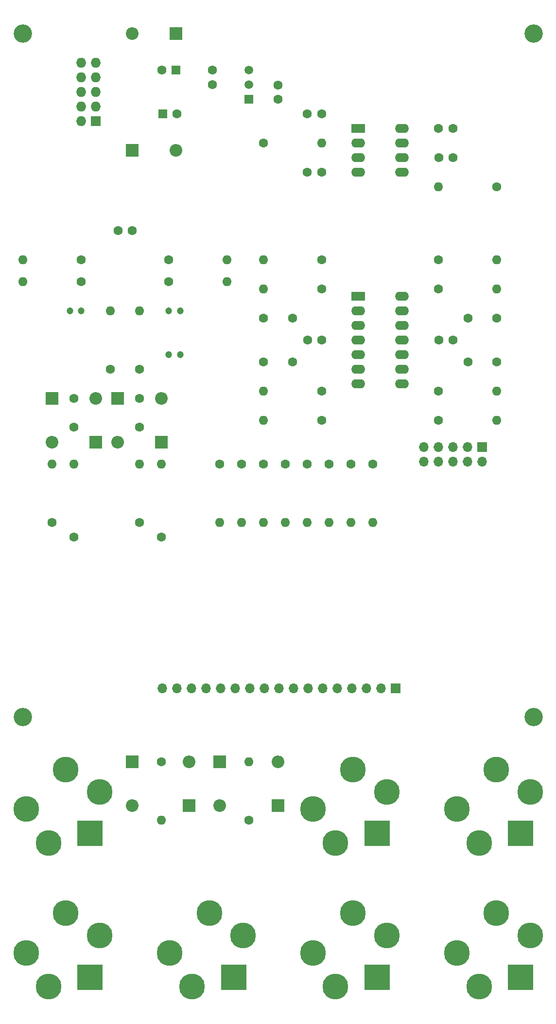
<source format=gbr>
%TF.GenerationSoftware,KiCad,Pcbnew,5.1.9-73d0e3b20d~88~ubuntu20.04.1*%
%TF.CreationDate,2021-04-01T10:52:14-04:00*%
%TF.ProjectId,ao_output,616f5f6f-7574-4707-9574-2e6b69636164,rev?*%
%TF.SameCoordinates,Original*%
%TF.FileFunction,Soldermask,Bot*%
%TF.FilePolarity,Negative*%
%FSLAX46Y46*%
G04 Gerber Fmt 4.6, Leading zero omitted, Abs format (unit mm)*
G04 Created by KiCad (PCBNEW 5.1.9-73d0e3b20d~88~ubuntu20.04.1) date 2021-04-01 10:52:14*
%MOMM*%
%LPD*%
G01*
G04 APERTURE LIST*
%ADD10C,1.600000*%
%ADD11O,1.600000X1.600000*%
%ADD12C,3.200000*%
%ADD13O,2.200000X2.200000*%
%ADD14R,2.200000X2.200000*%
%ADD15R,1.600000X1.600000*%
%ADD16C,1.200000*%
%ADD17O,1.727200X1.727200*%
%ADD18R,1.727200X1.727200*%
%ADD19O,2.400000X1.600000*%
%ADD20R,2.400000X1.600000*%
%ADD21O,1.700000X1.700000*%
%ADD22R,1.700000X1.700000*%
%ADD23R,1.500000X1.500000*%
%ADD24C,1.500000*%
%ADD25C,4.500001*%
%ADD26C,4.500000*%
%ADD27R,4.500001X4.500001*%
G04 APERTURE END LIST*
D10*
%TO.C,R11*%
X88900000Y-90450000D03*
D11*
X88900000Y-100610000D03*
%TD*%
D12*
%TO.C,H2*%
X124500000Y-15500000D03*
%TD*%
D10*
%TO.C,R8*%
X107950000Y-54890000D03*
D11*
X118110000Y-54890000D03*
%TD*%
D10*
%TO.C,C1*%
X82470000Y-65050000D03*
X77470000Y-65050000D03*
%TD*%
%TO.C,C11*%
X55880000Y-84020000D03*
X55880000Y-79020000D03*
%TD*%
%TO.C,C10*%
X44450000Y-84020000D03*
X44450000Y-79020000D03*
%TD*%
%TO.C,R3*%
X107950000Y-77750000D03*
D11*
X118110000Y-77750000D03*
%TD*%
D10*
%TO.C,R9*%
X96520000Y-90450000D03*
D11*
X96520000Y-100610000D03*
%TD*%
D10*
%TO.C,R7*%
X107950000Y-82830000D03*
D11*
X118110000Y-82830000D03*
%TD*%
D13*
%TO.C,D2*%
X80010000Y-142240000D03*
D14*
X80010000Y-149860000D03*
%TD*%
D13*
%TO.C,D8*%
X59690000Y-79020000D03*
D14*
X59690000Y-86640000D03*
%TD*%
D13*
%TO.C,D7*%
X52070000Y-86640000D03*
D14*
X52070000Y-79020000D03*
%TD*%
D10*
%TO.C,R25*%
X40640000Y-100610000D03*
D11*
X40640000Y-90450000D03*
%TD*%
D13*
%TO.C,D4*%
X64500000Y-142240000D03*
D14*
X64500000Y-149860000D03*
%TD*%
D13*
%TO.C,D9*%
X54610000Y-15520000D03*
D14*
X62230000Y-15520000D03*
%TD*%
D13*
%TO.C,D10*%
X62230000Y-35840000D03*
D14*
X54610000Y-35840000D03*
%TD*%
D10*
%TO.C,C13*%
X62365241Y-29490000D03*
D15*
X59865241Y-29490000D03*
%TD*%
D10*
%TO.C,C14*%
X85130000Y-68860000D03*
X87630000Y-68860000D03*
%TD*%
%TO.C,R5*%
X87630000Y-54890000D03*
D11*
X77470000Y-54890000D03*
%TD*%
D10*
%TO.C,R16*%
X69850000Y-90450000D03*
D11*
X69850000Y-100610000D03*
%TD*%
D10*
%TO.C,R2*%
X87630000Y-77750000D03*
D11*
X77470000Y-77750000D03*
%TD*%
D10*
%TO.C,R15*%
X73660000Y-90450000D03*
D11*
X73660000Y-100610000D03*
%TD*%
D10*
%TO.C,R12*%
X85090000Y-90450000D03*
D11*
X85090000Y-100610000D03*
%TD*%
D16*
%TO.C,C8*%
X62960000Y-63780000D03*
X60960000Y-63780000D03*
%TD*%
D10*
%TO.C,C17*%
X87590000Y-39650000D03*
X85090000Y-39650000D03*
%TD*%
D17*
%TO.C,J10*%
X45720000Y-20600000D03*
X48260000Y-20600000D03*
X45720000Y-23140000D03*
X48260000Y-23140000D03*
X45720000Y-25680000D03*
X48260000Y-25680000D03*
X45720000Y-28220000D03*
X48260000Y-28220000D03*
X45720000Y-30760000D03*
D18*
X48260000Y-30760000D03*
%TD*%
D13*
%TO.C,D1*%
X69850000Y-149860000D03*
D14*
X69850000Y-142240000D03*
%TD*%
D10*
%TO.C,C18*%
X68580000Y-24370000D03*
X68580000Y-21870000D03*
%TD*%
%TO.C,C4*%
X113110000Y-65050000D03*
X118110000Y-65050000D03*
%TD*%
%TO.C,R13*%
X81280000Y-90450000D03*
D11*
X81280000Y-100610000D03*
%TD*%
D16*
%TO.C,C9*%
X62960000Y-71400000D03*
X60960000Y-71400000D03*
%TD*%
D19*
%TO.C,U1*%
X101600000Y-61240000D03*
X93980000Y-76480000D03*
X101600000Y-63780000D03*
X93980000Y-73940000D03*
X101600000Y-66320000D03*
X93980000Y-71400000D03*
X101600000Y-68860000D03*
X93980000Y-68860000D03*
X101600000Y-71400000D03*
X93980000Y-66320000D03*
X101600000Y-73940000D03*
X93980000Y-63780000D03*
X101600000Y-76480000D03*
D20*
X93980000Y-61240000D03*
%TD*%
D10*
%TO.C,R29*%
X74930000Y-152400000D03*
D11*
X74930000Y-142240000D03*
%TD*%
D10*
%TO.C,C6*%
X107990000Y-37110000D03*
X110490000Y-37110000D03*
%TD*%
%TO.C,R30*%
X59690000Y-142240000D03*
D11*
X59690000Y-152400000D03*
%TD*%
D13*
%TO.C,D6*%
X48260000Y-79020000D03*
D14*
X48260000Y-86640000D03*
%TD*%
D10*
%TO.C,C16*%
X110450000Y-32030000D03*
X107950000Y-32030000D03*
%TD*%
D16*
%TO.C,C7*%
X43720000Y-63780000D03*
X45720000Y-63780000D03*
%TD*%
D13*
%TO.C,D5*%
X40640000Y-86640000D03*
D14*
X40640000Y-79020000D03*
%TD*%
D19*
%TO.C,U2*%
X101600000Y-32030000D03*
X93980000Y-39650000D03*
X101600000Y-34570000D03*
X93980000Y-37110000D03*
X101600000Y-37110000D03*
X93980000Y-34570000D03*
X101600000Y-39650000D03*
D20*
X93980000Y-32030000D03*
%TD*%
D10*
%TO.C,C2*%
X82470000Y-72670000D03*
X77470000Y-72670000D03*
%TD*%
%TO.C,R21*%
X45720000Y-58700000D03*
D11*
X35560000Y-58700000D03*
%TD*%
D10*
%TO.C,C15*%
X107990000Y-68860000D03*
X110490000Y-68860000D03*
%TD*%
D21*
%TO.C,J1*%
X105340000Y-90040000D03*
X105340000Y-87500000D03*
X107880000Y-90040000D03*
X107880000Y-87500000D03*
X110420000Y-90040000D03*
X110420000Y-87500000D03*
X112960000Y-90040000D03*
X112960000Y-87500000D03*
X115500000Y-90040000D03*
D22*
X115500000Y-87500000D03*
%TD*%
D10*
%TO.C,R17*%
X77470000Y-34570000D03*
D11*
X87630000Y-34570000D03*
%TD*%
D10*
%TO.C,R23*%
X45720000Y-54890000D03*
D11*
X35560000Y-54890000D03*
%TD*%
D10*
%TO.C,R6*%
X87630000Y-82830000D03*
D11*
X77470000Y-82830000D03*
%TD*%
D10*
%TO.C,C20*%
X52110000Y-49810000D03*
X54610000Y-49810000D03*
%TD*%
D11*
%TO.C,R28*%
X59690000Y-90450000D03*
D10*
X59690000Y-103150000D03*
%TD*%
%TO.C,C3*%
X113110000Y-72670000D03*
X118110000Y-72670000D03*
%TD*%
%TO.C,R10*%
X92710000Y-90450000D03*
D11*
X92710000Y-100610000D03*
%TD*%
D10*
%TO.C,R20*%
X55880000Y-73940000D03*
D11*
X55880000Y-63780000D03*
%TD*%
D10*
%TO.C,C5*%
X87590000Y-29490000D03*
X85090000Y-29490000D03*
%TD*%
%TO.C,R26*%
X55880000Y-100610000D03*
D11*
X55880000Y-90450000D03*
%TD*%
D10*
%TO.C,R18*%
X118110000Y-42190000D03*
D11*
X107950000Y-42190000D03*
%TD*%
D10*
%TO.C,R19*%
X50800000Y-73940000D03*
D11*
X50800000Y-63780000D03*
%TD*%
D10*
%TO.C,C19*%
X80010000Y-24450000D03*
X80010000Y-26950000D03*
%TD*%
D23*
%TO.C,U4*%
X74930000Y-26950000D03*
D24*
X74930000Y-21870000D03*
X74930000Y-24410000D03*
%TD*%
D13*
%TO.C,D3*%
X54610000Y-149860000D03*
D14*
X54610000Y-142240000D03*
%TD*%
D12*
%TO.C,H1*%
X35500000Y-15500000D03*
%TD*%
D10*
%TO.C,R24*%
X60960000Y-54890000D03*
D11*
X71120000Y-54890000D03*
%TD*%
D10*
%TO.C,R14*%
X77470000Y-90450000D03*
D11*
X77470000Y-100610000D03*
%TD*%
D10*
%TO.C,R4*%
X107950000Y-59970000D03*
D11*
X118110000Y-59970000D03*
%TD*%
D10*
%TO.C,R22*%
X60960000Y-58700000D03*
D11*
X71120000Y-58700000D03*
%TD*%
%TO.C,R27*%
X44450000Y-90450000D03*
D10*
X44450000Y-103150000D03*
%TD*%
%TO.C,R1*%
X87630000Y-59970000D03*
D11*
X77470000Y-59970000D03*
%TD*%
D25*
%TO.C,J5*%
X90000000Y-156400000D03*
D26*
X98900000Y-147500000D03*
D25*
X86100000Y-150500000D03*
D27*
X97240000Y-154740000D03*
D26*
X93000000Y-143600000D03*
%TD*%
D12*
%TO.C,H4*%
X124500000Y-134500000D03*
%TD*%
D25*
%TO.C,J4*%
X115000000Y-181400000D03*
D26*
X123900000Y-172500000D03*
D25*
X111100000Y-175500000D03*
D27*
X122240000Y-179740000D03*
D26*
X118000000Y-168600000D03*
%TD*%
D25*
%TO.C,J7*%
X65000000Y-181400000D03*
D26*
X73900000Y-172500000D03*
D25*
X61100000Y-175500000D03*
D27*
X72240000Y-179740000D03*
D26*
X68000000Y-168600000D03*
%TD*%
D21*
%TO.C,J2*%
X59860000Y-129500000D03*
X62400000Y-129500000D03*
X64940000Y-129500000D03*
X67480000Y-129500000D03*
X70020000Y-129500000D03*
X72560000Y-129500000D03*
X75100000Y-129500000D03*
X77640000Y-129500000D03*
X80180000Y-129500000D03*
X82720000Y-129500000D03*
X85260000Y-129500000D03*
X87800000Y-129500000D03*
X90340000Y-129500000D03*
X92880000Y-129500000D03*
X95420000Y-129500000D03*
X97960000Y-129500000D03*
D22*
X100500000Y-129500000D03*
%TD*%
D10*
%TO.C,C12*%
X59730000Y-21870000D03*
D15*
X62230000Y-21870000D03*
%TD*%
D25*
%TO.C,J3*%
X115000000Y-156400000D03*
D26*
X123900000Y-147500000D03*
D25*
X111100000Y-150500000D03*
D27*
X122240000Y-154740000D03*
D26*
X118000000Y-143600000D03*
%TD*%
D25*
%TO.C,J9*%
X40000000Y-156400000D03*
D26*
X48900000Y-147500000D03*
D25*
X36100000Y-150500000D03*
D27*
X47240000Y-154740000D03*
D26*
X43000000Y-143600000D03*
%TD*%
D25*
%TO.C,J6*%
X90000000Y-181400000D03*
D26*
X98900000Y-172500000D03*
D25*
X86100000Y-175500000D03*
D27*
X97240000Y-179740000D03*
D26*
X93000000Y-168600000D03*
%TD*%
D12*
%TO.C,H3*%
X35520000Y-134500000D03*
%TD*%
D25*
%TO.C,J8*%
X40000000Y-181400000D03*
D26*
X48900000Y-172500000D03*
D25*
X36100000Y-175500000D03*
D27*
X47240000Y-179740000D03*
D26*
X43000000Y-168600000D03*
%TD*%
M02*

</source>
